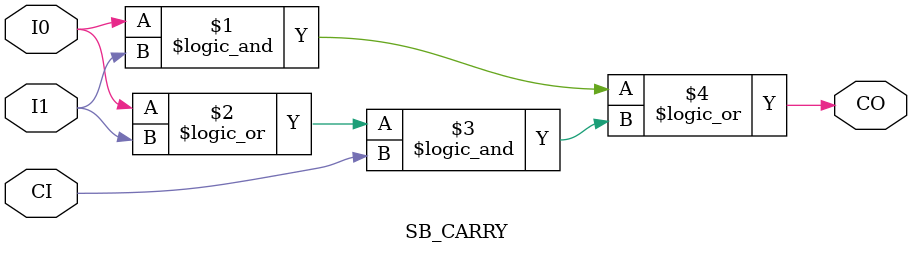
<source format=v>






module LUT1(output O, input I0);
  parameter [1:0] INIT = 0;
  assign O = I0 ? INIT[1] : INIT[0];
endmodule

module LUT2(output O, input I0, I1);
  parameter [3:0] INIT = 0;
  wire [ 1: 0] s1 = I1 ? INIT[ 3: 2] : INIT[ 1: 0];
  assign O = I0 ? s1[1] : s1[0];
endmodule

module LUT3(output O, input I0, I1, I2);
  parameter [7:0] INIT = 0;
  wire [ 3: 0] s2 = I2 ? INIT[ 7: 4] : INIT[ 3: 0];
  wire [ 1: 0] s1 = I1 ?   s2[ 3: 2] :   s2[ 1: 0];
  assign O = I0 ? s1[1] : s1[0];
endmodule

module LUT4(output O, input I0, I1, I2, I3);
  parameter [15:0] INIT = 0;
  wire [ 7: 0] s3 = I3 ? INIT[15: 8] : INIT[ 7: 0];
  wire [ 3: 0] s2 = I2 ?   s3[ 7: 4] :   s3[ 3: 0];
  wire [ 1: 0] s1 = I1 ?   s2[ 3: 2] :   s2[ 1: 0];
  assign O = I0 ? s1[1] : s1[0];
endmodule

//module LUT5(output O, input I0, I1, I2, I3, I4);
//  parameter [31:0] INIT = 0;
//  wire [15: 0] s4 = I4 ? INIT[31:16] : INIT[15: 0];
//  wire [ 7: 0] s3 = I3 ?   s4[15: 8] :   s4[ 7: 0];
//  wire [ 3: 0] s2 = I2 ?   s3[ 7: 4] :   s3[ 3: 0];
//  wire [ 1: 0] s1 = I1 ?   s2[ 3: 2] :   s2[ 1: 0];
//  assign O = I0 ? s1[1] : s1[0];
//endmodule

//module LUT6(output O, input I0, I1, I2, I3, I4, I5);
//  parameter [63:0] INIT = 0;
//  wire [31: 0] s5 = I5 ? INIT[63:32] : INIT[31: 0];
//  wire [15: 0] s4 = I4 ?   s5[31:16] :   s5[15: 0];
//  wire [ 7: 0] s3 = I3 ?   s4[15: 8] :   s4[ 7: 0];
//  wire [ 3: 0] s2 = I2 ?   s3[ 7: 4] :   s3[ 3: 0];
//  wire [ 1: 0] s1 = I1 ?   s2[ 3: 2] :   s2[ 1: 0];
//  assign O = I0 ? s1[1] : s1[0];
//endmodule


module MUXF7(output O, input I0, I1, S);
  assign O = S ? I1 : I0;
endmodule

module MUXF8(output O, input I0, I1, S);
  assign O = S ? I1 : I0;
endmodule


module LUTFF(input D, output O);
always @ ($global_clock) begin
	O <= D;
end
endmodule

(*blackbox*)
module MUX8LUT_frame_config(
input A, B, C, D, E, F, G, H, S0, S1, S2, S3,
output M_AB, M_AD, M_AH, M_EF
);

parameter [1:0] c0 = 0;
parameter [1:0] c1 = 0;

endmodule


module MULADD (input [7:0]  A, B,
		input [19:0] C,
		output [19:0] Q,
		input clr);

  parameter [1:0] A_reg = 0;
  parameter [1:0] B_reg = 0;
  parameter [1:0] C_reg = 0;

  parameter [1:0] ACC = 0;

  parameter [1:0] signExtension = 0;

  parameter [1:0] ACCout = 0;

	assign Q = A * B;
endmodule

//module MULADD (input A0, A1, A2, A3, A4, A5, A6, A7, B0, B1, B2, B3, B4, B5, B6, B7, C0, C1, C2, C3, C4, C5, C6, C7, C8, C9, C10, C11, C12, C13, C14, C15, C16, C17, C18, C19, output Q0, Q1, Q2, Q3, Q4, Q5, Q6, Q7, Q8, Q9, Q10, Q11, Q12, Q13, Q14, Q15, Q16, Q17, Q18, Q19);

//assign {Q0, Q1, Q2, Q3, Q4, Q5, Q6, Q7, Q8, Q9, Q10, Q11, Q12, Q13, Q14, Q15, Q16, Q17, Q18, Q19} = {A0, A1, A2, A3, A4, A5, A6, A7} * {B0, B1, B2, B3, B4, B5, B6, B7};

//endmodule

(* blackbox *)
module InPass4_frame_config (output O0, O1, O2, O3);

endmodule


(* blackbox *)
module OutPass4_frame_config (input I0, I1, I2, I3);

endmodule

(* blackbox *)
module IO_1_bidirectional_frame_config_pass (input T, I, output Q, O);
endmodule

(* blackbox *)
module Global_Clock (output CLK);
endmodule

module SB_CARRY (output CO, input I0, I1, CI);
	assign CO = (I0 && I1) || ((I0 || I1) && CI);
endmodule

</source>
